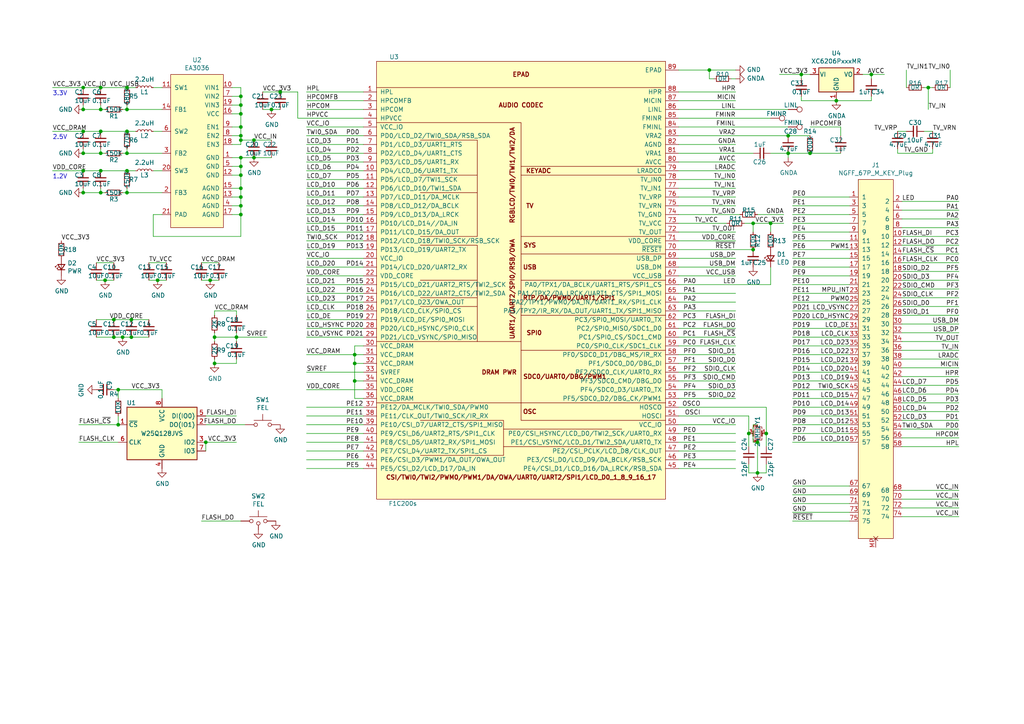
<source format=kicad_sch>
(kicad_sch (version 20211123) (generator eeschema)
  (paper "A4")
  (junction (at 219.71 137.16))
  (junction (at 24.13 38.1))
  (junction (at 228.6 39.37))
  (junction (at 29.21 49.53))
  (junction (at 69.85 62.23))
  (junction (at 234.95 44.45))
  (junction (at 45.72 81.28))
  (junction (at 62.23 97.79))
  (junction (at 30.48 81.28))
  (junction (at 29.21 25.4))
  (junction (at 24.13 25.4))
  (junction (at 62.23 105.41))
  (junction (at 69.85 45.72))
  (junction (at 36.83 55.88))
  (junction (at 223.52 64.77))
  (junction (at 252.73 21.59))
  (junction (at 29.21 31.75))
  (junction (at 69.85 54.61))
  (junction (at 232.41 21.59))
  (junction (at 217.17 125.73))
  (junction (at 29.21 44.45))
  (junction (at 24.13 44.45))
  (junction (at 34.29 123.19))
  (junction (at 38.1 97.79))
  (junction (at 102.87 102.87))
  (junction (at 69.85 59.69))
  (junction (at 269.24 25.4))
  (junction (at 36.83 44.45))
  (junction (at 69.85 27.94))
  (junction (at 33.02 92.71))
  (junction (at 35.56 97.79))
  (junction (at 36.83 25.4))
  (junction (at 73.66 40.64))
  (junction (at 69.85 39.37))
  (junction (at 34.29 113.03))
  (junction (at 36.83 38.1))
  (junction (at 69.85 30.48))
  (junction (at 36.83 31.75))
  (junction (at 102.87 105.41))
  (junction (at 102.87 110.49))
  (junction (at 29.21 38.1))
  (junction (at 29.21 55.88))
  (junction (at 59.69 128.27))
  (junction (at 81.28 26.67))
  (junction (at 205.74 20.32))
  (junction (at 69.85 57.15))
  (junction (at 242.57 29.21))
  (junction (at 24.13 55.88))
  (junction (at 69.85 36.83))
  (junction (at 69.85 40.64))
  (junction (at 69.85 48.26))
  (junction (at 33.02 97.79))
  (junction (at 73.66 45.72))
  (junction (at 222.25 125.73))
  (junction (at 69.85 33.02))
  (junction (at 38.1 92.71))
  (junction (at 228.6 44.45))
  (junction (at 218.44 72.39))
  (junction (at 24.13 31.75))
  (junction (at 24.13 49.53))
  (junction (at 68.58 97.79))
  (junction (at 36.83 49.53))
  (junction (at 60.96 81.28))
  (junction (at 78.74 31.75))
  (junction (at 219.71 128.27))
  (junction (at 69.85 50.8))
  (junction (at 218.44 64.77))
  (wire (pts (xy 267.97 38.1) (xy 270.51 38.1)))
  (wire (pts (xy 36.83 43.18) (xy 36.83 44.45)))
  (wire (pts (xy 278.13 147.32) (xy 261.62 147.32)))
  (wire (pts (xy 24.13 49.53) (xy 15.24 49.53)))
  (wire (pts (xy 246.38 80.01) (xy 229.87 80.01)))
  (wire (pts (xy 278.13 124.46) (xy 261.62 124.46)))
  (wire (pts (xy 88.9 130.81) (xy 105.41 130.81)))
  (wire (pts (xy 261.62 86.36) (xy 278.13 86.36)))
  (wire (pts (xy 222.25 129.54) (xy 222.25 125.73)))
  (wire (pts (xy 213.36 49.53) (xy 196.85 49.53)))
  (wire (pts (xy 205.74 22.86) (xy 205.74 20.32)))
  (wire (pts (xy 242.57 29.21) (xy 252.73 29.21)))
  (wire (pts (xy 35.56 44.45) (xy 36.83 44.45)))
  (wire (pts (xy 105.41 44.45) (xy 88.9 44.45)))
  (wire (pts (xy 24.13 54.61) (xy 24.13 55.88)))
  (wire (pts (xy 229.87 143.51) (xy 246.38 143.51)))
  (wire (pts (xy 213.36 22.86) (xy 212.09 22.86)))
  (wire (pts (xy 34.29 120.65) (xy 34.29 123.19)))
  (wire (pts (xy 218.44 128.27) (xy 219.71 128.27)))
  (wire (pts (xy 24.13 49.53) (xy 29.21 49.53)))
  (wire (pts (xy 229.87 148.59) (xy 246.38 148.59)))
  (wire (pts (xy 24.13 25.4) (xy 29.21 25.4)))
  (wire (pts (xy 213.36 20.32) (xy 205.74 20.32)))
  (wire (pts (xy 229.87 64.77) (xy 246.38 64.77)))
  (wire (pts (xy 102.87 105.41) (xy 105.41 105.41)))
  (wire (pts (xy 218.44 123.19) (xy 218.44 128.27)))
  (wire (pts (xy 269.24 25.4) (xy 269.24 31.75)))
  (wire (pts (xy 229.87 110.49) (xy 246.38 110.49)))
  (wire (pts (xy 59.69 123.19) (xy 71.12 123.19)))
  (wire (pts (xy 67.31 50.8) (xy 69.85 50.8)))
  (wire (pts (xy 69.85 45.72) (xy 73.66 45.72)))
  (wire (pts (xy 262.89 20.32) (xy 262.89 25.4)))
  (wire (pts (xy 246.38 82.55) (xy 229.87 82.55)))
  (wire (pts (xy 24.13 38.1) (xy 15.24 38.1)))
  (wire (pts (xy 29.21 31.75) (xy 30.48 31.75)))
  (wire (pts (xy 278.13 106.68) (xy 261.62 106.68)))
  (wire (pts (xy 105.41 46.99) (xy 88.9 46.99)))
  (wire (pts (xy 261.62 60.96) (xy 278.13 60.96)))
  (wire (pts (xy 105.41 41.91) (xy 88.9 41.91)))
  (wire (pts (xy 196.85 31.75) (xy 228.6 31.75)))
  (wire (pts (xy 27.94 97.79) (xy 33.02 97.79)))
  (wire (pts (xy 88.9 36.83) (xy 105.41 36.83)))
  (wire (pts (xy 86.36 26.67) (xy 86.36 34.29)))
  (wire (pts (xy 232.41 21.59) (xy 232.41 22.86)))
  (wire (pts (xy 261.62 58.42) (xy 278.13 58.42)))
  (wire (pts (xy 105.41 57.15) (xy 88.9 57.15)))
  (wire (pts (xy 278.13 119.38) (xy 261.62 119.38)))
  (wire (pts (xy 243.84 39.37) (xy 243.84 36.83)))
  (wire (pts (xy 39.37 49.53) (xy 36.83 49.53)))
  (wire (pts (xy 213.36 123.19) (xy 196.85 123.19)))
  (wire (pts (xy 278.13 99.06) (xy 261.62 99.06)))
  (wire (pts (xy 218.44 64.77) (xy 218.44 67.31)))
  (wire (pts (xy 33.02 97.79) (xy 35.56 97.79)))
  (wire (pts (xy 278.13 104.14) (xy 261.62 104.14)))
  (wire (pts (xy 59.69 128.27) (xy 59.69 130.81)))
  (wire (pts (xy 229.87 118.11) (xy 246.38 118.11)))
  (wire (pts (xy 88.9 74.93) (xy 105.41 74.93)))
  (wire (pts (xy 44.45 62.23) (xy 44.45 68.58)))
  (wire (pts (xy 69.85 27.94) (xy 69.85 30.48)))
  (wire (pts (xy 229.87 59.69) (xy 246.38 59.69)))
  (wire (pts (xy 278.13 149.86) (xy 261.62 149.86)))
  (wire (pts (xy 229.87 105.41) (xy 246.38 105.41)))
  (wire (pts (xy 278.13 129.54) (xy 261.62 129.54)))
  (wire (pts (xy 222.25 137.16) (xy 219.71 137.16)))
  (wire (pts (xy 69.85 62.23) (xy 67.31 62.23)))
  (wire (pts (xy 62.23 90.17) (xy 68.58 90.17)))
  (wire (pts (xy 69.85 48.26) (xy 69.85 50.8)))
  (wire (pts (xy 36.83 54.61) (xy 36.83 55.88)))
  (wire (pts (xy 69.85 30.48) (xy 67.31 30.48)))
  (wire (pts (xy 213.36 95.25) (xy 196.85 95.25)))
  (wire (pts (xy 105.41 115.57) (xy 102.87 115.57)))
  (wire (pts (xy 102.87 115.57) (xy 102.87 110.49)))
  (wire (pts (xy 229.87 140.97) (xy 246.38 140.97)))
  (wire (pts (xy 228.6 44.45) (xy 228.6 45.72)))
  (wire (pts (xy 210.82 64.77) (xy 196.85 64.77)))
  (wire (pts (xy 24.13 38.1) (xy 29.21 38.1)))
  (wire (pts (xy 29.21 44.45) (xy 30.48 44.45)))
  (wire (pts (xy 269.24 25.4) (xy 270.51 25.4)))
  (wire (pts (xy 105.41 52.07) (xy 88.9 52.07)))
  (wire (pts (xy 217.17 120.65) (xy 196.85 120.65)))
  (wire (pts (xy 69.85 41.91) (xy 67.31 41.91)))
  (wire (pts (xy 229.87 92.71) (xy 246.38 92.71)))
  (wire (pts (xy 88.9 118.11) (xy 105.41 118.11)))
  (wire (pts (xy 88.9 67.31) (xy 105.41 67.31)))
  (wire (pts (xy 105.41 95.25) (xy 88.9 95.25)))
  (wire (pts (xy 229.87 128.27) (xy 246.38 128.27)))
  (wire (pts (xy 196.85 72.39) (xy 218.44 72.39)))
  (wire (pts (xy 67.31 33.02) (xy 69.85 33.02)))
  (wire (pts (xy 223.52 64.77) (xy 223.52 67.31)))
  (wire (pts (xy 222.25 134.62) (xy 222.25 137.16)))
  (wire (pts (xy 261.62 91.44) (xy 278.13 91.44)))
  (wire (pts (xy 67.31 54.61) (xy 69.85 54.61)))
  (wire (pts (xy 213.36 107.95) (xy 196.85 107.95)))
  (wire (pts (xy 196.85 62.23) (xy 214.63 62.23)))
  (wire (pts (xy 69.85 40.64) (xy 73.66 40.64)))
  (wire (pts (xy 69.85 30.48) (xy 69.85 33.02)))
  (wire (pts (xy 68.58 97.79) (xy 77.47 97.79)))
  (wire (pts (xy 213.36 128.27) (xy 196.85 128.27)))
  (wire (pts (xy 105.41 54.61) (xy 88.9 54.61)))
  (wire (pts (xy 102.87 102.87) (xy 102.87 105.41)))
  (wire (pts (xy 252.73 29.21) (xy 252.73 27.94)))
  (wire (pts (xy 34.29 113.03) (xy 46.99 113.03)))
  (wire (pts (xy 278.13 142.24) (xy 261.62 142.24)))
  (wire (pts (xy 69.85 50.8) (xy 69.85 54.61)))
  (wire (pts (xy 219.71 62.23) (xy 227.33 62.23)))
  (wire (pts (xy 232.41 27.94) (xy 232.41 29.21)))
  (wire (pts (xy 213.36 85.09) (xy 196.85 85.09)))
  (wire (pts (xy 278.13 111.76) (xy 261.62 111.76)))
  (wire (pts (xy 229.87 67.31) (xy 246.38 67.31)))
  (wire (pts (xy 46.99 113.03) (xy 46.99 115.57)))
  (wire (pts (xy 34.29 115.57) (xy 34.29 113.03)))
  (wire (pts (xy 229.87 100.33) (xy 246.38 100.33)))
  (wire (pts (xy 227.33 64.77) (xy 223.52 64.77)))
  (wire (pts (xy 213.36 26.67) (xy 196.85 26.67)))
  (wire (pts (xy 36.83 31.75) (xy 46.99 31.75)))
  (wire (pts (xy 261.62 73.66) (xy 278.13 73.66)))
  (wire (pts (xy 67.31 39.37) (xy 69.85 39.37)))
  (wire (pts (xy 205.74 20.32) (xy 196.85 20.32)))
  (wire (pts (xy 213.36 69.85) (xy 196.85 69.85)))
  (wire (pts (xy 196.85 34.29) (xy 223.52 34.29)))
  (wire (pts (xy 88.9 29.21) (xy 105.41 29.21)))
  (wire (pts (xy 105.41 97.79) (xy 88.9 97.79)))
  (wire (pts (xy 68.58 97.79) (xy 68.58 96.52)))
  (wire (pts (xy 234.95 36.83) (xy 243.84 36.83)))
  (wire (pts (xy 39.37 25.4) (xy 36.83 25.4)))
  (wire (pts (xy 219.71 128.27) (xy 219.71 137.16)))
  (wire (pts (xy 267.97 25.4) (xy 269.24 25.4)))
  (wire (pts (xy 105.41 77.47) (xy 88.9 77.47)))
  (wire (pts (xy 69.85 25.4) (xy 69.85 27.94)))
  (wire (pts (xy 68.58 99.06) (xy 68.58 97.79)))
  (wire (pts (xy 105.41 82.55) (xy 88.9 82.55)))
  (wire (pts (xy 226.06 21.59) (xy 232.41 21.59)))
  (wire (pts (xy 213.36 80.01) (xy 196.85 80.01)))
  (wire (pts (xy 213.36 100.33) (xy 196.85 100.33)))
  (wire (pts (xy 278.13 93.98) (xy 261.62 93.98)))
  (wire (pts (xy 81.28 26.67) (xy 86.36 26.67)))
  (wire (pts (xy 278.13 101.6) (xy 261.62 101.6)))
  (wire (pts (xy 213.36 97.79) (xy 196.85 97.79)))
  (wire (pts (xy 228.6 44.45) (xy 234.95 44.45)))
  (wire (pts (xy 228.6 39.37) (xy 234.95 39.37)))
  (wire (pts (xy 246.38 87.63) (xy 229.87 87.63)))
  (wire (pts (xy 69.85 33.02) (xy 69.85 36.83)))
  (wire (pts (xy 261.62 78.74) (xy 278.13 78.74)))
  (wire (pts (xy 67.31 45.72) (xy 69.85 45.72)))
  (wire (pts (xy 38.1 97.79) (xy 43.18 97.79)))
  (wire (pts (xy 261.62 83.82) (xy 278.13 83.82)))
  (wire (pts (xy 24.13 25.4) (xy 15.24 25.4)))
  (wire (pts (xy 62.23 97.79) (xy 68.58 97.79)))
  (wire (pts (xy 69.85 68.58) (xy 69.85 62.23)))
  (wire (pts (xy 278.13 121.92) (xy 261.62 121.92)))
  (wire (pts (xy 213.36 133.35) (xy 196.85 133.35)))
  (wire (pts (xy 229.87 146.05) (xy 246.38 146.05)))
  (wire (pts (xy 278.13 114.3) (xy 261.62 114.3)))
  (wire (pts (xy 261.62 63.5) (xy 278.13 63.5)))
  (wire (pts (xy 76.2 31.75) (xy 78.74 31.75)))
  (wire (pts (xy 261.62 76.2) (xy 278.13 76.2)))
  (wire (pts (xy 232.41 29.21) (xy 242.57 29.21)))
  (wire (pts (xy 229.87 120.65) (xy 246.38 120.65)))
  (wire (pts (xy 67.31 36.83) (xy 69.85 36.83)))
  (wire (pts (xy 215.9 64.77) (xy 218.44 64.77)))
  (wire (pts (xy 88.9 107.95) (xy 105.41 107.95)))
  (wire (pts (xy 223.52 64.77) (xy 218.44 64.77)))
  (wire (pts (xy 261.62 88.9) (xy 278.13 88.9)))
  (wire (pts (xy 261.62 81.28) (xy 278.13 81.28)))
  (wire (pts (xy 261.62 71.12) (xy 278.13 71.12)))
  (wire (pts (xy 24.13 30.48) (xy 24.13 31.75)))
  (wire (pts (xy 213.36 41.91) (xy 196.85 41.91)))
  (wire (pts (xy 68.58 90.17) (xy 68.58 91.44)))
  (wire (pts (xy 29.21 49.53) (xy 36.83 49.53)))
  (wire (pts (xy 246.38 85.09) (xy 229.87 85.09)))
  (wire (pts (xy 69.85 27.94) (xy 67.31 27.94)))
  (wire (pts (xy 22.86 123.19) (xy 34.29 123.19)))
  (wire (pts (xy 102.87 100.33) (xy 102.87 102.87)))
  (wire (pts (xy 105.41 100.33) (xy 102.87 100.33)))
  (wire (pts (xy 219.71 123.19) (xy 218.44 123.19)))
  (wire (pts (xy 102.87 110.49) (xy 102.87 105.41)))
  (wire (pts (xy 105.41 49.53) (xy 88.9 49.53)))
  (wire (pts (xy 69.85 25.4) (xy 67.31 25.4)))
  (wire (pts (xy 246.38 77.47) (xy 229.87 77.47)))
  (wire (pts (xy 213.36 46.99) (xy 196.85 46.99)))
  (wire (pts (xy 213.36 74.93) (xy 196.85 74.93)))
  (wire (pts (xy 88.9 128.27) (xy 105.41 128.27)))
  (wire (pts (xy 196.85 36.83) (xy 228.6 36.83)))
  (wire (pts (xy 213.36 110.49) (xy 196.85 110.49)))
  (wire (pts (xy 246.38 102.87) (xy 229.87 102.87)))
  (wire (pts (xy 67.31 57.15) (xy 69.85 57.15)))
  (wire (pts (xy 260.35 38.1) (xy 262.89 38.1)))
  (wire (pts (xy 88.9 133.35) (xy 105.41 133.35)))
  (wire (pts (xy 196.85 39.37) (xy 228.6 39.37)))
  (wire (pts (xy 88.9 69.85) (xy 105.41 69.85)))
  (wire (pts (xy 68.58 128.27) (xy 59.69 128.27)))
  (wire (pts (xy 105.41 87.63) (xy 88.9 87.63)))
  (wire (pts (xy 213.36 125.73) (xy 196.85 125.73)))
  (wire (pts (xy 219.71 137.16) (xy 217.17 137.16)))
  (wire (pts (xy 30.48 81.28) (xy 33.02 81.28)))
  (wire (pts (xy 278.13 116.84) (xy 261.62 116.84)))
  (wire (pts (xy 35.56 31.75) (xy 36.83 31.75)))
  (wire (pts (xy 76.2 26.67) (xy 81.28 26.67)))
  (wire (pts (xy 78.74 31.75) (xy 81.28 31.75)))
  (wire (pts (xy 68.58 120.65) (xy 59.69 120.65)))
  (wire (pts (xy 213.36 102.87) (xy 196.85 102.87)))
  (wire (pts (xy 105.41 110.49) (xy 102.87 110.49)))
  (wire (pts (xy 261.62 68.58) (xy 278.13 68.58)))
  (wire (pts (xy 246.38 74.93) (xy 229.87 74.93)))
  (wire (pts (xy 229.87 97.79) (xy 246.38 97.79)))
  (wire (pts (xy 29.21 54.61) (xy 29.21 55.88)))
  (wire (pts (xy 67.31 59.69) (xy 69.85 59.69)))
  (wire (pts (xy 88.9 113.03) (xy 105.41 113.03)))
  (wire (pts (xy 38.1 92.71) (xy 43.18 92.71)))
  (wire (pts (xy 29.21 25.4) (xy 36.83 25.4)))
  (wire (pts (xy 213.36 54.61) (xy 196.85 54.61)))
  (wire (pts (xy 213.36 57.15) (xy 196.85 57.15)))
  (wire (pts (xy 105.41 62.23) (xy 88.9 62.23)))
  (wire (pts (xy 88.9 39.37) (xy 105.41 39.37)))
  (wire (pts (xy 213.36 29.21) (xy 196.85 29.21)))
  (wire (pts (xy 45.72 81.28) (xy 48.26 81.28)))
  (wire (pts (xy 217.17 137.16) (xy 217.17 134.62)))
  (wire (pts (xy 33.02 92.71) (xy 38.1 92.71)))
  (wire (pts (xy 33.02 113.03) (xy 34.29 113.03)))
  (wire (pts (xy 278.13 127) (xy 261.62 127)))
  (wire (pts (xy 105.41 72.39) (xy 88.9 72.39)))
  (wire (pts (xy 105.41 64.77) (xy 88.9 64.77)))
  (wire (pts (xy 69.85 36.83) (xy 69.85 39.37)))
  (wire (pts (xy 35.56 97.79) (xy 38.1 97.79)))
  (wire (pts (xy 68.58 105.41) (xy 68.58 104.14)))
  (wire (pts (xy 213.36 87.63) (xy 196.85 87.63)))
  (wire (pts (xy 73.66 40.64) (xy 78.74 40.64)))
  (wire (pts (xy 105.41 59.69) (xy 88.9 59.69)))
  (wire (pts (xy 24.13 44.45) (xy 29.21 44.45)))
  (wire (pts (xy 246.38 115.57) (xy 229.87 115.57)))
  (wire (pts (xy 24.13 55.88) (xy 29.21 55.88)))
  (wire (pts (xy 246.38 107.95) (xy 229.87 107.95)))
  (wire (pts (xy 260.35 44.45) (xy 270.51 44.45)))
  (wire (pts (xy 58.42 76.2) (xy 63.5 76.2)))
  (wire (pts (xy 88.9 135.89) (xy 105.41 135.89)))
  (wire (pts (xy 88.9 31.75) (xy 105.41 31.75)))
  (wire (pts (xy 229.87 90.17) (xy 246.38 90.17)))
  (wire (pts (xy 261.62 66.04) (xy 278.13 66.04)))
  (wire (pts (xy 69.85 39.37) (xy 69.85 40.64)))
  (wire (pts (xy 213.36 115.57) (xy 196.85 115.57)))
  (wire (pts (xy 217.17 129.54) (xy 217.17 125.73)))
  (wire (pts (xy 105.41 85.09) (xy 88.9 85.09)))
  (wire (pts (xy 275.59 25.4) (xy 275.59 20.32)))
  (wire (pts (xy 69.85 59.69) (xy 69.85 62.23)))
  (wire (pts (xy 27.94 81.28) (xy 30.48 81.28)))
  (wire (pts (xy 229.87 69.85) (xy 246.38 69.85)))
  (wire (pts (xy 46.99 25.4) (xy 44.45 25.4)))
  (wire (pts (xy 105.41 102.87) (xy 102.87 102.87)))
  (wire (pts (xy 39.37 38.1) (xy 36.83 38.1)))
  (wire (pts (xy 229.87 123.19) (xy 246.38 123.19)))
  (wire (pts (xy 88.9 102.87) (xy 102.87 102.87)))
  (wire (pts (xy 29.21 38.1) (xy 36.83 38.1)))
  (wire (pts (xy 278.13 109.22) (xy 261.62 109.22)))
  (wire (pts (xy 234.95 44.45) (xy 243.84 44.45)))
  (wire (pts (xy 35.56 55.88) (xy 36.83 55.88)))
  (wire (pts (xy 246.38 113.03) (xy 229.87 113.03)))
  (wire (pts (xy 69.85 54.61) (xy 69.85 57.15)))
  (wire (pts (xy 278.13 144.78) (xy 261.62 144.78)))
  (wire (pts (xy 29.21 43.18) (xy 29.21 44.45)))
  (wire (pts (xy 213.36 92.71) (xy 196.85 92.71)))
  (wire (pts (xy 88.9 125.73) (xy 105.41 125.73)))
  (wire (pts (xy 196.85 44.45) (xy 218.44 44.45)))
  (wire (pts (xy 62.23 105.41) (xy 68.58 105.41)))
  (wire (pts (xy 213.36 77.47) (xy 196.85 77.47)))
  (wire (pts (xy 46.99 38.1) (xy 44.45 38.1)))
  (wire (pts (xy 196.85 82.55) (xy 223.52 82.55)))
  (wire (pts (xy 228.6 44.45) (xy 223.52 44.45)))
  (wire (pts (xy 43.18 81.28) (xy 45.72 81.28)))
  (wire (pts (xy 196.85 118.11) (xy 222.25 118.11)))
  (wire (pts (xy 213.36 90.17) (xy 196.85 90.17)))
  (wire (pts (xy 232.41 21.59) (xy 234.95 21.59)))
  (wire (pts (xy 223.52 77.47) (xy 223.52 82.55)))
  (wire (pts (xy 88.9 26.67) (xy 105.41 26.67)))
  (wire (pts (xy 229.87 95.25) (xy 246.38 95.25)))
  (wire (pts (xy 229.87 125.73) (xy 246.38 125.73)))
  (wire (pts (xy 213.36 113.03) (xy 196.85 113.03)))
  (wire (pts (xy 86.36 34.29) (xy 105.41 34.29)))
  (wire (pts (xy 213.36 67.31) (xy 196.85 67.31)))
  (wire (pts (xy 69.85 48.26) (xy 67.31 48.26)))
  (wire (pts (xy 260.35 43.18) (xy 260.35 44.45)))
  (wire (pts (xy 22.86 128.27) (xy 34.29 128.27)))
  (wire (pts (xy 29.21 30.48) (xy 29.21 31.75)))
  (wire (pts (xy 213.36 52.07) (xy 196.85 52.07)))
  (wire (pts (xy 44.45 68.58) (xy 69.85 68.58)))
  (wire (pts (xy 207.01 22.86) (xy 205.74 22.86)))
  (wire (pts (xy 229.87 72.39) (xy 246.38 72.39)))
  (wire (pts (xy 24.13 31.75) (xy 29.21 31.75)))
  (wire (pts (xy 60.96 81.28) (xy 63.5 81.28)))
  (wire (pts (xy 270.51 44.45) (xy 270.51 43.18)))
  (wire (pts (xy 43.18 76.2) (xy 48.26 76.2)))
  (wire (pts (xy 62.23 104.14) (xy 62.23 105.41)))
  (wire (pts (xy 105.41 90.17) (xy 88.9 90.17)))
  (wire (pts (xy 217.17 120.65) (xy 217.17 125.73)))
  (wire (pts (xy 73.66 45.72) (xy 78.74 45.72)))
  (wire (pts (xy 88.9 120.65) (xy 105.41 120.65)))
  (wire (pts (xy 252.73 21.59) (xy 252.73 22.86)))
  (wire (pts (xy 36.83 44.45) (xy 46.99 44.45)))
  (wire (pts (xy 62.23 97.79) (xy 62.23 99.06)))
  (wire (pts (xy 105.41 92.71) (xy 88.9 92.71)))
  (wire (pts (xy 62.23 91.44) (xy 62.23 90.17)))
  (wire (pts (xy 69.85 57.15) (xy 69.85 59.69)))
  (wire (pts (xy 213.36 59.69) (xy 196.85 59.69)))
  (wire (pts (xy 222.25 118.11) (xy 222.25 125.73)))
  (wire (pts (xy 213.36 135.89) (xy 196.85 135.89)))
  (wire (pts (xy 88.9 123.19) (xy 105.41 123.19)))
  (wire (pts (xy 27.94 76.2) (xy 33.02 76.2)))
  (wire (pts (xy 29.21 55.88) (xy 30.48 55.88)))
  (wire (pts (xy 69.85 40.64) (xy 69.85 41.91)))
  (wire (pts (xy 58.42 151.13) (xy 69.85 151.13)))
  (wire (pts (xy 69.85 45.72) (xy 69.85 48.26)))
  (wire (pts (xy 36.83 55.88) (xy 46.99 55.88)))
  (wire (pts (xy 229.87 62.23) (xy 246.38 62.23)))
  (wire (pts (xy 256.54 21.59) (xy 252.73 21.59)))
  (wire (pts (xy 36.83 30.48) (xy 36.83 31.75)))
  (wire (pts (xy 46.99 49.53) (xy 44.45 49.53)))
  (wire (pts (xy 213.36 130.81) (xy 196.85 130.81)))
  (wire (pts (xy 27.94 92.71) (xy 33.02 92.71)))
  (wire (pts (xy 46.99 62.23) (xy 44.45 62.23)))
  (wire (pts (xy 229.87 57.15) (xy 246.38 57.15)))
  (wire (pts (xy 278.13 96.52) (xy 261.62 96.52)))
  (wire (pts (xy 252.73 21.59) (xy 250.19 21.59)))
  (wire (pts (xy 24.13 43.18) (xy 24.13 44.45)))
  (wire (pts (xy 62.23 96.52) (xy 62.23 97.79)))
  (wire (pts (xy 229.87 151.13) (xy 246.38 151.13)))
  (wire (pts (xy 58.42 81.28) (xy 60.96 81.28)))
  (wire (pts (xy 88.9 80.01) (xy 105.41 80.01)))
  (wire (pts (xy 213.36 105.41) (xy 196.85 105.41)))
  (text "2.5V" (at 15.24 40.64 0) (effects (font (size 1.27 1.27)) (justify left bottom)))
  (text "3.3V" (at 15.24 27.94 0) (effects (font (size 1.27 1.27)) (justify left bottom)))
  (text "1.2V" (at 15.24 52.07 0) (effects (font (size 1.27 1.27)) (justify left bottom)))
  (label "PC3" (at 201.93 92.71 180))
  (label "VCC_3V3" (at 68.58 128.27 180))
  (label "LCD_D7" (at 88.9 52.07 0))
  (label "LCD_D11" (at 246.38 125.73 180))
  (label "PE4" (at 201.93 135.89 180))
  (label "VCC_DRAM" (at 58.42 76.2 0))
  (label "OSCI" (at 203.2 120.65 180))
  (label "SVREF" (at 77.47 97.79 180))
  (label "PE3" (at 201.93 133.35 180))
  (label "LCD_D14" (at 246.38 118.11 180))
  (label "TV_IN0" (at 213.36 52.07 180))
  (label "TV_VCC" (at 208.28 64.77 180))
  (label "TV_VRP" (at 260.35 38.1 180))
  (label "LCD_D5" (at 261.62 116.84 0))
  (label "SDIO_D1" (at 213.36 102.87 180))
  (label "HPL" (at 88.9 26.67 0))
  (label "VDD_CORE" (at 31.75 92.71 0))
  (label "PWM0" (at 246.38 87.63 180))
  (label "PD16" (at 100.33 85.09 0))
  (label "PF3" (at 201.93 110.49 180))
  (label "PE5" (at 229.87 69.85 0))
  (label "PE6" (at 100.33 133.35 0))
  (label "TV_VRN" (at 213.36 59.69 180))
  (label "PD5" (at 100.33 52.07 0))
  (label "VCC_3V3" (at 27.94 76.2 0))
  (label "PF2" (at 201.93 107.95 180))
  (label "GND" (at 229.87 148.59 0))
  (label "PE11" (at 229.87 85.09 0))
  (label "PE5" (at 100.33 135.89 0))
  (label "PE9" (at 229.87 80.01 0))
  (label "VCC_3V3" (at 15.24 25.4 0))
  (label "SDIO_D2" (at 213.36 115.57 180))
  (label "LCD_D12" (at 246.38 123.19 180))
  (label "FLASH_DI" (at 261.62 68.58 0))
  (label "PD9" (at 100.33 62.23 0))
  (label "SDIO_CLK" (at 213.36 107.95 180))
  (label "TWI0_SDA" (at 261.62 124.46 0))
  (label "SDIO_D2" (at 261.62 78.74 0))
  (label "LCD_D7" (at 261.62 111.76 0))
  (label "TV_OUT" (at 213.36 67.31 180))
  (label "VRA2" (at 213.36 39.37 180))
  (label "LCD_D10" (at 246.38 128.27 180))
  (label "HPCOM" (at 278.13 127 180))
  (label "FLASH_DI" (at 68.58 120.65 180))
  (label "LCD_D3" (at 261.62 121.92 0))
  (label "VCC_IO" (at 88.9 74.93 0))
  (label "FLASH_DO" (at 261.62 71.12 0))
  (label "PE10" (at 229.87 82.55 0))
  (label "PD10" (at 100.33 64.77 0))
  (label "LCD_CLK" (at 88.9 90.17 0))
  (label "PD2" (at 278.13 119.38 180))
  (label "PF1" (at 278.13 88.9 180))
  (label "VCC_USB" (at 213.36 80.01 180))
  (label "PF2" (at 278.13 86.36 180))
  (label "LRADC" (at 278.13 104.14 180))
  (label "LCD_D11" (at 88.9 57.15 0))
  (label "LCD_D15" (at 246.38 115.57 180))
  (label "PD11" (at 229.87 115.57 0))
  (label "PC1" (at 201.93 97.79 180))
  (label "MPU_INT" (at 246.38 85.09 180))
  (label "PE3" (at 229.87 64.77 0))
  (label "PA0" (at 278.13 58.42 180))
  (label "OSCO" (at 203.2 118.11 180))
  (label "VCC_IN" (at 278.13 144.78 180))
  (label "PF1" (at 201.93 105.41 180))
  (label "PD20" (at 229.87 92.71 0))
  (label "AVCC" (at 256.54 21.59 180))
  (label "~{RESET}" (at 213.36 72.39 180))
  (label "TWI0_SCK" (at 88.9 69.85 0))
  (label "TV_GND" (at 213.36 62.23 180))
  (label "SDIO_CMD" (at 213.36 110.49 180))
  (label "MICIN" (at 213.36 29.21 180))
  (label "LCD_HSYNC" (at 246.38 92.71 180))
  (label "VCC_3V3" (at 76.2 26.67 0))
  (label "PE12" (at 229.87 87.63 0))
  (label "USB_DM" (at 213.36 77.47 180))
  (label "TV_IN" (at 269.24 31.75 0))
  (label "PC3" (at 278.13 68.58 180))
  (label "PD8" (at 229.87 123.19 0))
  (label "SDIO_D0" (at 261.62 88.9 0))
  (label "LCD_D6" (at 261.62 114.3 0))
  (label "TV_VRP" (at 213.36 57.15 180))
  (label "VCC_3V3" (at 227.33 64.77 180))
  (label "FLASH_CLK" (at 261.62 76.2 0))
  (label "LCD_D23" (at 88.9 87.63 0))
  (label "HPCOM" (at 88.9 31.75 0))
  (label "PC0" (at 278.13 76.2 180))
  (label "LCD_D4" (at 88.9 44.45 0))
  (label "PF3" (at 278.13 83.82 180))
  (label "LCD_CLK" (at 246.38 97.79 180))
  (label "VCC_DRAM" (at 15.24 38.1 0))
  (label "PD4" (at 100.33 49.53 0))
  (label "LRADC" (at 213.36 49.53 180))
  (label "VCC_IN" (at 278.13 142.24 180))
  (label "TWI0_SCK" (at 246.38 113.03 180))
  (label "FLASH_DI" (at 213.36 92.71 180))
  (label "PE8" (at 229.87 77.47 0))
  (label "PD9" (at 229.87 120.65 0))
  (label "PE0" (at 229.87 57.15 0))
  (label "VCC_USB" (at 31.75 25.4 0))
  (label "PD7" (at 100.33 57.15 0))
  (label "PF5" (at 278.13 78.74 180))
  (label "TV_OUT" (at 278.13 99.06 180))
  (label "VDD_CORE" (at 88.9 113.03 0))
  (label "FLASH_CLK" (at 22.86 128.27 0))
  (label "TV_IN0" (at 275.59 20.32 180))
  (label "LINL" (at 213.36 31.75 180))
  (label "PD21" (at 100.33 97.79 0))
  (label "PD20" (at 100.33 95.25 0))
  (label "SDIO_CLK" (at 261.62 86.36 0))
  (label "SDIO_D0" (at 213.36 105.41 180))
  (label "PD6" (at 100.33 54.61 0))
  (label "VDD_CORE" (at 88.9 80.01 0))
  (label "FLASH_~{CS}" (at 261.62 73.66 0))
  (label "USB_DM" (at 278.13 93.98 180))
  (label "PWM1" (at 246.38 72.39 180))
  (label "VCC_IN" (at 278.13 147.32 180))
  (label "TV_IN1" (at 213.36 54.61 180))
  (label "VCC_IN" (at 278.13 149.86 180))
  (label "~{RESET}" (at 229.87 151.13 0))
  (label "PE9" (at 100.33 125.73 0))
  (label "PE2" (at 201.93 130.81 180))
  (label "TV_IN1" (at 262.89 20.32 0))
  (label "PF4" (at 278.13 81.28 180))
  (label "PD15" (at 229.87 105.41 0))
  (label "LCD_D12" (at 88.9 59.69 0))
  (label "VDD_CORE" (at 213.36 69.85 180))
  (label "USB_DP" (at 278.13 96.52 180))
  (label "SDIO_CMD" (at 261.62 83.82 0))
  (label "HPR" (at 213.36 26.67 180))
  (label "GNDA" (at 213.36 41.91 180))
  (label "HPVCC" (at 88.9 34.29 0))
  (label "PD0" (at 100.33 39.37 0))
  (label "FLASH_DO" (at 213.36 95.25 180))
  (label "TV_IN" (at 278.13 101.6 180))
  (label "VRA1" (at 213.36 44.45 180))
  (label "PD16" (at 229.87 102.87 0))
  (label "FLASH_DO" (at 58.42 151.13 0))
  (label "FLASH_DO" (at 68.58 123.19 180))
  (label "PD21" (at 229.87 90.17 0))
  (label "PD12" (at 100.33 69.85 0))
  (label "VCC_IO" (at 88.9 36.83 0))
  (label "VCC_DRAM" (at 62.23 90.17 0))
  (label "LCD_D15" (at 88.9 67.31 0))
  (label "FLASH_~{CS}" (at 213.36 97.79 180))
  (label "LCD_VSYNC" (at 246.38 90.17 180))
  (label "PD17" (at 229.87 100.33 0))
  (label "LCD_DE" (at 88.9 92.71 0))
  (label "LCD_VSYNC" (at 88.9 97.79 0))
  (label "MICIN" (at 278.13 106.68 180))
  (label "PD14" (at 100.33 77.47 0))
  (label "PE1" (at 229.87 59.69 0))
  (label "PF4" (at 201.93 113.03 180))
  (label "VCC_3V3" (at 38.1 113.03 0))
  (label "PC2" (at 278.13 71.12 180))
  (label "FLASH_~{CS}" (at 22.86 123.19 0))
  (label "LCD_D21" (at 88.9 82.55 0))
  (label "PE7" (at 100.33 130.81 0))
  (label "LCD_D14" (at 88.9 64.77 0))
  (label "PD19" (at 229.87 95.25 0))
  (label "VCC_IN" (at 73.66 40.64 0))
  (label "SDIO_D1" (at 261.62 91.44 0))
  (label "LCD_D21" (at 246.38 105.41 180))
  (label "TV_VRN" (at 270.51 38.1 0))
  (label "PD2" (at 100.33 44.45 0))
  (label "PE6" (at 229.87 72.39 0))
  (label "PE12" (at 100.33 118.11 0))
  (label "PD8" (at 100.33 59.69 0))
  (label "GND" (at 229.87 146.05 0))
  (label "GND" (at 229.87 143.51 0))
  (label "PD11" (at 100.33 67.31 0))
  (label "PC2" (at 201.93 95.25 180))
  (label "LCD_DE" (at 246.38 95.25 180))
  (label "PD4" (at 278.13 114.3 180))
  (label "PE0" (at 201.93 125.73 180))
  (label "VCC_DRAM" (at 88.9 102.87 0))
  (label "PD10" (at 229.87 118.11 0))
  (label "PD13" (at 100.33 72.39 0))
  (label "SDIO_D3" (at 261.62 81.28 0))
  (label "PA3" (at 201.93 90.17 180))
  (label "LCD_D23" (at 246.38 100.33 180))
  (label "PA1" (at 201.93 85.09 180))
  (label "LED" (at 213.36 82.55 180))
  (label "VCC_3V3" (at 226.06 21.59 0))
  (label "AVCC" (at 213.36 46.99 180))
  (label "PD7" (at 229.87 125.73 0))
  (label "PD17" (at 100.33 87.63 0))
  (label "GNDA" (at 227.33 62.23 180))
  (label "PE7" (at 229.87 74.93 0))
  (label "PD13" (at 229.87 110.49 0))
  (label "PD1" (at 278.13 121.92 180))
  (label "PA3" (at 278.13 66.04 180))
  (label "TWI0_SDA" (at 88.9 39.37 0))
  (label "PE11" (at 100.33 120.65 0))
  (label "PF0" (at 201.93 102.87 180))
  (label "PA2" (at 278.13 63.5 180))
  (label "PE2" (at 229.87 62.23 0))
  (label "HPCOMFB" (at 88.9 29.21 0))
  (label "FLASH_CLK" (at 213.36 100.33 180))
  (label "PC0" (at 201.93 100.33 180))
  (label "LCD_D13" (at 88.9 62.23 0))
  (label "VDD_CORE" (at 15.24 49.53 0))
  (label "LCD_D20" (at 88.9 77.47 0))
  (label "LCD_D22" (at 88.9 85.09 0))
  (label "LCD_HSYNC" (at 88.9 95.25 0))
  (label "FMINR" (at 213.36 34.29 180))
  (label "PD3" (at 278.13 116.84 180))
  (label "VCC_IO" (at 24.13 25.4 0))
  (label "PD15" (at 100.33 82.55 0))
  (label "PF0" (at 278.13 91.44 180))
  (label "PC1" (at 278.13 73.66 180))
  (label "PD19" (at 100.33 92.71 0))
  (label "FMINL" (at 213.36 36.83 180))
  (label "LCD_D22" (at 246.38 102.87 180))
  (label "LCD_D3" (at 88.9 41.91 0))
  (label "VCC_3V3" (at 17.78 69.85 0))
  (label "PD12" (at 229.87 113.03 0))
  (label "PD5" (at 278.13 111.76 180))
  (label "LCD_D6" (at 88.9 49.53 0))
  (label "LCD_D20" (at 246.38 107.95 180))
  (label "HPR" (at 278.13 109.22 180))
  (label "TV_GND" (at 269.24 44.45 180))
  (label "PD3" (at 100.33 46.99 0))
  (label "PD18" (at 100.33 90.17 0))
  (label "SVREF" (at 88.9 107.95 0))
  (label "PD0" (at 278.13 124.46 180))
  (label "LCD_D4" (at 261.62 119.38 0))
  (label "PE10" (at 100.33 123.19 0))
  (label "PA0" (at 201.93 82.55 180))
  (label "LCD_D19" (at 88.9 72.39 0))
  (label "LCD_D10" (at 88.9 54.61 0))
  (label "LCD_D5" (at 88.9 46.99 0))
  (label "PA2" (at 201.93 87.63 180))
  (label "TV_VCC" (at 43.18 76.2 0))
  (label "PD6" (at 229.87 128.27 0))
  (label "HPL" (at 278.13 129.54 180))
  (label "PF5" (at 201.93 115.57 180))
  (label "PA1" (at 278.13 60.96 180))
  (label "HPCOMFB" (at 234.95 36.83 0))
  (label "PD1" (at 100.33 41.91 0))
  (label "PD14" (at 229.87 107.95 0))
  (label "LCD_D19" (at 246.38 110.49 180))
  (label "PD18" (at 229.87 97.79 0))
  (label "LCD_D13" (at 246.38 120.65 180))
  (label "VCC_IO" (at 213.36 123.19 180))
  (label "PE4" (at 229.87 67.31 0))
  (label "PE8" (at 100.33 128.27 0))
  (label "USB_DP" (at 213.36 74.93 180))
  (label "LED" (at 261.62 58.42 0))
  (label "SDIO_D3" (at 213.36 113.03 180))
  (label "PE1" (at 201.93 128.27 180))
  (label "GND" (at 229.87 140.97 0))
  (symbol (lib_id "Device:R_Small") (at 34.29 118.11 180)
    (property "Reference" "R4" (at 33.02 114.3 0))
    (property "Value" "10K" (at 34.29 118.11 90))
    (property "Footprint" "Resistor_SMD:R_0402_1005Metric" (effects hide))
  )
  (symbol (lib_id "My_Symbol:F1C200s") (at 151.13 81.28 0) (unit 1)
    (property "Reference" "U3" (at 114.3 16.51 0))
    (property "Value" "F1C200s" (at 116.84 146.05 0) (effects (font (size 1.2446 1.2446))))
    (property "Footprint" "My_Footprint:QFN-88_EP_10x10_Pitch0.4mm_Handsoldering" (effects hide))
  )
  (symbol (lib_id "power:GND") (at 27.94 113.03 270)
    (property "Reference" "#PWR04" (effects hide))
    (property "Value" "GND" (at 23.5458 113.157 0))
  )
  (symbol (lib_id "Device:Crystal_GND24_Small") (at 219.71 125.73 180) (unit 1)
    (property "Reference" "Y1" (at 219.71 120.65 90) (effects (justify left)))
    (property "Value" "24MHz" (at 219.71 123.19 90) (effects (justify left)))
    (property "Footprint" "Crystal:Crystal_SMD_3225-4Pin_3.2x2.5mm" (effects hide))
  )
  (symbol (lib_id "Device:C_Small") (at 222.25 132.08 0)
    (property "Reference" "C27" (at 223.52 130.81 90) (effects (justify left)))
    (property "Value" "12pF" (at 223.52 138.43 90) (effects (justify left)))
    (property "Footprint" "Capacitor_SMD:C_0402_1005Metric" (effects hide))
  )
  (symbol (lib_id "Device:C_Small") (at 217.17 132.08 0)
    (property "Reference" "C24" (at 215.9 130.81 90) (effects (justify left)))
    (property "Value" "12pF" (at 215.9 138.43 90) (effects (justify left)))
    (property "Footprint" "Capacitor_SMD:C_0402_1005Metric" (effects hide))
  )
  (symbol (lib_id "power:GND") (at 219.71 137.16 0)
    (property "Reference" "#PWR017" (effects hide))
    (property "Value" "GND" (at 219.837 141.5542 0))
  )
  (symbol (lib_id "Regulator_Linear:XC6206PxxxMR") (at 242.57 21.59 0) (unit 1)
    (property "Reference" "U4" (at 242.57 15.4432 0))
    (property "Value" "XC6206PxxxMR" (at 242.57 17.7546 0))
    (property "Footprint" "Package_TO_SOT_SMD:SOT-23" (effects hide))
    (property "Datasheet" "https://www.torexsemi.com/file/xc6206/XC6206.pdf" (effects hide))
  )
  (symbol (lib_id "power:GNDA") (at 242.57 29.21 0) (unit 1)
    (property "Reference" "#PWR0101" (effects hide))
    (property "Value" "GNDA" (at 242.697 33.6042 0))
  )
  (symbol (lib_id "Connector:TestPoint") (at 223.52 34.29 270)
    (property "Reference" "TP1" (effects hide))
    (property "Value" "FMINR" (at 222.25 33.02 90) (effects (justify left)))
    (property "Footprint" "TestPoint:TestPoint_Pad_D1.0mm" (effects hide))
  )
  (symbol (lib_id "Device:C_Small") (at 27.94 78.74 0)
    (property "Reference" "C4" (at 26.67 77.47 0))
    (property "Value" "10uF" (at 27.94 80.01 0))
    (property "Footprint" "Capacitor_SMD:C_0402_1005Metric" (effects hide))
  )
  (symbol (lib_id "Device:C_Small") (at 33.02 78.74 0)
    (property "Reference" "C10" (at 31.75 77.47 0))
    (property "Value" "0.1uF" (at 33.02 80.01 0))
    (property "Footprint" "Capacitor_SMD:C_0402_1005Metric" (effects hide))
  )
  (symbol (lib_id "power:GND") (at 24.13 31.75 270)
    (property "Reference" "#PWR01" (effects hide))
    (property "Value" "GND" (at 19.05 31.75 90))
  )
  (symbol (lib_id "power:GND") (at 24.13 44.45 270)
    (property "Reference" "#PWR02" (effects hide))
    (property "Value" "GND" (at 19.05 44.45 90))
  )
  (symbol (lib_id "power:GND") (at 24.13 55.88 270)
    (property "Reference" "#PWR03" (effects hide))
    (property "Value" "GND" (at 19.05 55.88 90))
  )
  (symbol (lib_id "My_Symbol:NGFF_67P_M_KEY_Plug") (at 254 102.87 0) (unit 1)
    (property "Reference" "J1" (at 254 47.879 0))
    (property "Value" "NGFF_67P_M_KEY_Plug" (at 254 50.1904 0))
    (property "Footprint" "My_Footprint:NGFF_2230_67P_P0.5_M_KEY_Plug" (effects hide))
  )
  (symbol (lib_id "power:GND") (at 30.48 81.28 0)
    (property "Reference" "#PWR05" (effects hide))
    (property "Value" "GND" (at 30.607 85.6742 0))
  )
  (symbol (lib_id "Device:C_Small") (at 43.18 78.74 0)
    (property "Reference" "C13" (at 41.91 77.47 0))
    (property "Value" "10uF" (at 43.18 80.01 0))
    (property "Footprint" "Capacitor_SMD:C_0402_1005Metric" (effects hide))
  )
  (symbol (lib_id "Device:C_Small") (at 48.26 78.74 0)
    (property "Reference" "C15" (at 46.99 77.47 0))
    (property "Value" "0.1uF" (at 48.26 80.01 0))
    (property "Footprint" "Capacitor_SMD:C_0402_1005Metric" (effects hide))
  )
  (symbol (lib_id "Device:C_Small") (at 252.73 25.4 180)
    (property "Reference" "C34" (at 256.54 26.67 0) (effects (justify left)))
    (property "Value" "1uF" (at 252.73 26.67 0) (effects (justify left)))
    (property "Footprint" "Capacitor_SMD:C_0402_1005Metric" (effects hide))
  )
  (symbol (lib_id "My_Symbol:EA3036") (at 57.15 44.45 0) (unit 1)
    (property "Reference" "U2" (at 57.15 17.399 0))
    (property "Value" "EA3036" (at 57.15 19.7104 0))
    (property "Footprint" "My_Footprint:QFN-20_EP_3x3_Pitch0.4mm_ThermalVias" (effects hide))
  )
  (symbol (lib_id "Connector:TestPoint") (at 228.6 36.83 270)
    (property "Reference" "TP3" (effects hide))
    (property "Value" "FMINL" (at 227.33 35.56 90) (effects (justify left)))
    (property "Footprint" "TestPoint:TestPoint_Pad_D1.0mm" (effects hide))
  )
  (symbol (lib_id "Device:C_Small") (at 232.41 25.4 0)
    (property "Reference" "C33" (at 231.14 24.13 0))
    (property "Value" "0.1uF" (at 232.41 26.67 0))
    (property "Footprint" "Capacitor_SMD:C_0402_1005Metric" (effects hide))
  )
  (symbol (lib_id "power:GND") (at 45.72 81.28 0)
    (property "Reference" "#PWR07" (effects hide))
    (property "Value" "GND" (at 45.847 85.6742 0))
  )
  (symbol (lib_id "Device:C_Small") (at 27.94 95.25 0)
    (property "Reference" "C5" (at 26.67 93.98 0))
    (property "Value" "10uF" (at 27.94 96.52 0))
    (property "Footprint" "Capacitor_SMD:C_0402_1005Metric" (effects hide))
  )
  (symbol (lib_id "Device:C_Small") (at 33.02 95.25 0)
    (property "Reference" "C11" (at 31.75 93.98 0))
    (property "Value" "0.1uF" (at 33.02 96.52 0))
    (property "Footprint" "Capacitor_SMD:C_0402_1005Metric" (effects hide))
  )
  (symbol (lib_id "Device:C_Small") (at 38.1 95.25 0)
    (property "Reference" "C12" (at 36.83 93.98 0))
    (property "Value" "0.1uF" (at 38.1 96.52 0))
    (property "Footprint" "Capacitor_SMD:C_0402_1005Metric" (effects hide))
  )
  (symbol (lib_id "Device:C_Small") (at 43.18 95.25 0)
    (property "Reference" "C14" (at 41.91 93.98 0))
    (property "Value" "0.1uF" (at 43.18 96.52 0))
    (property "Footprint" "Capacitor_SMD:C_0402_1005Metric" (effects hide))
  )
  (symbol (lib_id "power:GND") (at 35.56 97.79 0)
    (property "Reference" "#PWR06" (effects hide))
    (property "Value" "GND" (at 35.687 102.1842 0))
  )
  (symbol (lib_id "Device:C_Small") (at 243.84 41.91 0)
    (property "Reference" "C32" (at 242.57 40.64 0))
    (property "Value" "1uF" (at 243.84 43.18 0))
    (property "Footprint" "Capacitor_SMD:C_0402_1005Metric" (effects hide))
  )
  (symbol (lib_id "Device:R_Small") (at 234.95 41.91 0)
    (property "Reference" "R14" (at 234.95 38.1 0))
    (property "Value" "200K" (at 234.95 41.91 90))
    (property "Footprint" "Resistor_SMD:R_0402_1005Metric" (effects hide))
  )
  (symbol (lib_id "power:GNDA") (at 213.36 22.86 90) (unit 1)
    (property "Reference" "#PWR014" (effects hide))
    (property "Value" "GNDA" (at 216.6112 22.733 90) (effects (justify right)))
  )
  (symbol (lib_id "Device:R_Small") (at 209.55 22.86 90)
    (property "Reference" "R10" (at 209.55 21.59 90))
    (property "Value" "0R" (at 209.55 22.86 90))
    (property "Footprint" "Resistor_SMD:R_0402_1005Metric" (effects hide))
  )
  (symbol (lib_id "Device:C_Small") (at 220.98 44.45 90)
    (property "Reference" "C26" (at 222.25 46.99 90) (effects (justify left)))
    (property "Value" "1uF" (at 222.25 41.91 90) (effects (justify left)))
    (property "Footprint" "Capacitor_SMD:C_0402_1005Metric" (effects hide))
  )
  (symbol (lib_id "Device:C_Small") (at 228.6 41.91 0)
    (property "Reference" "C28" (at 227.33 38.1 0) (effects (justify left)))
    (property "Value" "4.7uF" (at 226.06 43.18 0) (effects (justify left)))
    (property "Footprint" "Capacitor_SMD:C_0402_1005Metric" (effects hide))
  )
  (symbol (lib_id "power:GNDA") (at 228.6 45.72 0) (unit 1)
    (property "Reference" "#PWR018" (effects hide))
    (property "Value" "GNDA" (at 228.727 50.1142 0))
  )
  (symbol (lib_id "Device:R_Small") (at 217.17 62.23 90)
    (property "Reference" "R15" (at 217.17 60.96 90))
    (property "Value" "0R" (at 217.17 62.23 90))
    (property "Footprint" "Resistor_SMD:R_0402_1005Metric" (effects hide))
  )
  (symbol (lib_id "Device:R_Small") (at 213.36 64.77 90)
    (property "Reference" "R11" (at 213.36 63.5 90))
    (property "Value" "0R" (at 213.36 64.77 90))
    (property "Footprint" "Resistor_SMD:R_0402_1005Metric" (effects hide))
  )
  (symbol (lib_id "Device:R_Small") (at 218.44 69.85 0)
    (property "Reference" "R12" (at 219.71 69.85 90))
    (property "Value" "10K" (at 218.44 69.85 90))
    (property "Footprint" "Resistor_SMD:R_0402_1005Metric" (effects hide))
  )
  (symbol (lib_id "Device:C_Small") (at 218.44 74.93 180)
    (property "Reference" "C25" (at 222.25 76.2 0) (effects (justify left)))
    (property "Value" "1uF" (at 218.44 76.2 0) (effects (justify left)))
    (property "Footprint" "Capacitor_SMD:C_0402_1005Metric" (effects hide))
  )
  (symbol (lib_id "power:GND") (at 218.44 77.47 0)
    (property "Reference" "#PWR015" (effects hide))
    (property "Value" "GND" (at 218.567 81.8642 0))
  )
  (symbol (lib_id "Device:C_Small") (at 265.43 38.1 270)
    (property "Reference" "C30" (at 265.43 35.56 90))
    (property "Value" "10uF" (at 265.43 40.64 90))
    (property "Footprint" "Capacitor_SMD:C_0402_1005Metric" (effects hide))
  )
  (symbol (lib_id "Device:C_Small") (at 270.51 40.64 0)
    (property "Reference" "C31" (at 269.24 39.37 0) (effects (justify left)))
    (property "Value" "4.7uF" (at 267.97 41.91 0) (effects (justify left)))
    (property "Footprint" "Capacitor_SMD:C_0402_1005Metric" (effects hide))
  )
  (symbol (lib_id "Device:C_Small") (at 260.35 40.64 0)
    (property "Reference" "C29" (at 259.08 39.37 0) (effects (justify left)))
    (property "Value" "4.7uF" (at 257.81 41.91 0) (effects (justify left)))
    (property "Footprint" "Capacitor_SMD:C_0402_1005Metric" (effects hide))
  )
  (symbol (lib_id "Device:C_Small") (at 58.42 78.74 0)
    (property "Reference" "C16" (at 57.15 77.47 0))
    (property "Value" "10uF" (at 58.42 80.01 0))
    (property "Footprint" "Capacitor_SMD:C_0402_1005Metric" (effects hide))
  )
  (symbol (lib_id "Device:C_Small") (at 63.5 78.74 0)
    (property "Reference" "C17" (at 62.23 77.47 0))
    (property "Value" "0.1uF" (at 63.5 80.01 0))
    (property "Footprint" "Capacitor_SMD:C_0402_1005Metric" (effects hide))
  )
  (symbol (lib_id "power:GND") (at 60.96 81.28 0)
    (property "Reference" "#PWR09" (effects hide))
    (property "Value" "GND" (at 61.087 85.6742 0))
  )
  (symbol (lib_id "Device:C_Small") (at 68.58 93.98 0)
    (property "Reference" "C18" (at 67.31 92.71 0))
    (property "Value" "0.1uF" (at 68.58 95.25 0))
    (property "Footprint" "Capacitor_SMD:C_0402_1005Metric" (effects hide))
  )
  (symbol (lib_id "Device:R_Small") (at 62.23 93.98 180)
    (property "Reference" "R8" (at 64.135 93.98 0))
    (property "Value" "2K" (at 62.23 93.98 90))
    (property "Footprint" "Resistor_SMD:R_0402_1005Metric" (effects hide))
  )
  (symbol (lib_id "Device:R_Small") (at 62.23 101.6 180)
    (property "Reference" "R9" (at 64.135 101.6 0))
    (property "Value" "2K" (at 62.23 101.6 90))
    (property "Footprint" "Resistor_SMD:R_0402_1005Metric" (effects hide))
  )
  (symbol (lib_id "Device:C_Small") (at 30.48 113.03 270)
    (property "Reference" "C9" (at 31.75 111.76 0))
    (property "Value" "0.1uF" (at 29.21 113.03 0))
    (property "Footprint" "Capacitor_SMD:C_0402_1005Metric" (effects hide))
  )
  (symbol (lib_id "Device:C_Small") (at 68.58 101.6 0)
    (property "Reference" "C19" (at 67.31 100.33 0))
    (property "Value" "0.1uF" (at 68.58 102.87 0))
    (property "Footprint" "Capacitor_SMD:C_0402_1005Metric" (effects hide))
  )
  (symbol (lib_id "power:GND") (at 213.36 20.32 90) (unit 1)
    (property "Reference" "#PWR013" (effects hide))
    (property "Value" "GND" (at 216.6112 20.193 90) (effects (justify right)))
  )
  (symbol (lib_id "power:GND") (at 62.23 105.41 0)
    (property "Reference" "#PWR010" (effects hide))
    (property "Value" "GND" (at 62.357 109.8042 0))
  )
  (symbol (lib_id "Device:R_Small") (at 265.43 25.4 90)
    (property "Reference" "R16" (at 265.43 24.13 90))
    (property "Value" "0R" (at 265.43 25.4 90))
    (property "Footprint" "Resistor_SMD:R_0402_1005Metric" (effects hide))
  )
  (symbol (lib_id "Device:R_Small") (at 273.05 25.4 90)
    (property "Reference" "R17" (at 273.05 24.13 90))
    (property "Value" "0R" (at 273.05 25.4 90))
    (property "Footprint" "Resistor_SMD:R_0402_1005Metric" (effects hide))
  )
  (symbol (lib_id "Device:C_Small") (at 73.66 43.18 0)
    (property "Reference" "C20" (at 71.12 41.91 0) (effects (justify left)))
    (property "Value" "10uF" (at 71.12 44.45 0) (effects (justify left)))
    (property "Footprint" "Capacitor_SMD:C_0402_1005Metric" (effects hide))
  )
  (symbol (lib_id "Device:C_Small") (at 78.74 43.18 0)
    (property "Reference" "C22" (at 76.2 41.91 0) (effects (justify left)))
    (property "Value" "10uF" (at 76.2 44.45 0) (effects (justify left)))
    (property "Footprint" "Capacitor_SMD:C_0402_1005Metric" (effects hide))
  )
  (symbol (lib_id "Device:R_Small") (at 223.52 69.85 180)
    (property "Reference" "R13" (at 226.06 69.85 0))
    (property "Value" "10K" (at 223.52 69.85 90))
    (property "Footprint" "Resistor_SMD:R_0402_1005Metric" (effects hide))
  )
  (symbol (lib_id "power:GND") (at 73.66 45.72 0)
    (property "Reference" "#PWR011" (effects hide))
    (property "Value" "GND" (at 73.787 50.1142 0))
  )
  (symbol (lib_id "Device:LED_Small") (at 223.52 74.93 90) (unit 1)
    (property "Reference" "D1" (at 225.298 73.7616 90) (effects (justify right)))
    (property "Value" "LED" (at 225.298 76.073 90) (effects (justify right)))
    (property "Footprint" "LED_SMD:LED_0603_1608Metric" (effects hide))
  )
  (symbol (lib_id "Memory_Flash:W25Q128JVS") (at 46.99 125.73 0)
    (property "Reference" "U1" (at 38.1 116.84 0))
    (property "Value" "W25Q128JVS" (at 46.99 125.73 0))
    (property "Footprint" "My_Footprint:WSON-8_8x6mm" (effects hide))
    (property "Datasheet" "http://www.winbond.com/resource-files/w25q128jv_dtr%20revc%2003272018%20plus.pdf" (effects hide))
  )
  (symbol (lib_id "power:GND") (at 46.99 135.89 0)
    (property "Reference" "#PWR08" (effects hide))
    (property "Value" "GND" (at 47.117 140.2842 0))
  )
  (symbol (lib_id "Device:R_Small") (at 36.83 27.94 180)
    (property "Reference" "R5" (at 38.735 27.94 0))
    (property "Value" "680K" (at 36.83 27.94 90))
    (property "Footprint" "Resistor_SMD:R_0402_1005Metric" (effects hide))
  )
  (symbol (lib_id "Device:C_Small") (at 76.2 29.21 0)
    (property "Reference" "C21" (at 74.93 27.94 0))
    (property "Value" "10uF" (at 76.2 30.48 0))
    (property "Footprint" "Capacitor_SMD:C_0402_1005Metric" (effects hide))
  )
  (symbol (lib_id "Device:C_Small") (at 81.28 29.21 0)
    (property "Reference" "C23" (at 80.01 27.94 0))
    (property "Value" "0.1uF" (at 81.28 30.48 0))
    (property "Footprint" "Capacitor_SMD:C_0402_1005Metric" (effects hide))
  )
  (symbol (lib_id "Device:L_Small") (at 41.91 25.4 90) (unit 1)
    (property "Reference" "L1" (at 41.91 26.67 90))
    (property "Value" "2.2uH" (at 41.91 23.0124 90))
    (property "Footprint" "Inductor_SMD:L_1008_2520Metric" (effects hide))
  )
  (symbol (lib_id "Device:C_Small") (at 29.21 27.94 0)
    (property "Reference" "C6" (at 26.67 26.67 0) (effects (justify left)))
    (property "Value" "0.1uF" (at 26.67 29.21 0) (effects (justify left)))
    (property "Footprint" "Capacitor_SMD:C_0402_1005Metric" (effects hide))
  )
  (symbol (lib_id "Device:C_Small") (at 24.13 27.94 0)
    (property "Reference" "C1" (at 21.59 26.67 0) (effects (justify left)))
    (property "Value" "10uF" (at 21.59 29.21 0) (effects (justify left)))
    (property "Footprint" "Capacitor_SMD:C_0402_1005Metric" (effects hide))
  )
  (symbol (lib_id "power:GND") (at 78.74 31.75 0)
    (property "Reference" "#PWR012" (effects hide))
    (property "Value" "GND" (at 78.867 36.1442 0))
  )
  (symbol (lib_id "Device:R_Small") (at 33.02 31.75 90)
    (property "Reference" "R1" (at 33.02 33.655 90))
    (property "Value" "150K" (at 33.02 31.75 90))
    (property "Footprint" "Resistor_SMD:R_0402_1005Metric" (effects hide))
  )
  (symbol (lib_id "Device:R_Small") (at 36.83 40.64 180)
    (property "Reference" "R6" (at 38.735 40.64 0))
    (property "Value" "470K" (at 36.83 40.64 90))
    (property "Footprint" "Resistor_SMD:R_0402_1005Metric" (effects hide))
  )
  (symbol (lib_id "Device:L_Small") (at 41.91 38.1 90) (unit 1)
    (property "Reference" "L2" (at 41.91 39.37 90))
    (property "Value" "2.2uH" (at 41.91 35.7124 90))
    (property "Footprint" "Inductor_SMD:L_1008_2520Metric" (effects hide))
  )
  (symbol (lib_id "Device:C_Small") (at 29.21 40.64 0)
    (property "Reference" "C7" (at 26.67 39.37 0) (effects (justify left)))
    (property "Value" "0.1uF" (at 26.67 41.91 0) (effects (justify left)))
    (property "Footprint" "Capacitor_SMD:C_0402_1005Metric" (effects hide))
  )
  (symbol (lib_id "Device:C_Small") (at 24.13 40.64 0)
    (property "Reference" "C2" (at 21.59 39.37 0) (effects (justify left)))
    (property "Value" "10uF" (at 21.59 41.91 0) (effects (justify left)))
    (property "Footprint" "Capacitor_SMD:C_0402_1005Metric" (effects hide))
  )
  (symbol (lib_id "Device:R_Small") (at 33.02 44.45 90)
    (property "Reference" "R2" (at 33.02 46.355 90))
    (property "Value" "150K" (at 33.02 44.45 90))
    (property "Footprint" "Resistor_SMD:R_0402_1005Metric" (effects hide))
  )
  (symbol (lib_id "Device:R_Small") (at 36.83 52.07 180)
    (property "Reference" "R7" (at 38.735 52.07 0))
    (property "Value" "150K" (at 36.83 52.07 90))
    (property "Footprint" "Resistor_SMD:R_0402_1005Metric" (effects hide))
  )
  (symbol (lib_id "Device:L_Small") (at 41.91 49.53 90) (unit 1)
    (property "Reference" "L3" (at 41.91 50.8 90))
    (property "Value" "2.2uH" (at 41.91 47.1424 90))
    (property "Footprint" "Inductor_SMD:L_1008_2520Metric" (effects hide))
  )
  (symbol (lib_id "Device:C_Small") (at 29.21 52.07 0)
    (property "Reference" "C8" (at 26.67 50.8 0) (effects (justify left)))
    (property "Value" "0.1uF" (at 26.67 53.34 0) (effects (justify left)))
    (property "Footprint" "Capacitor_SMD:C_0402_1005Metric" (effects hide))
  )
  (symbol (lib_id "Device:C_Small") (at 24.13 52.07 0)
    (property "Reference" "C3" (at 21.59 50.8 0) (effects (justify left)))
    (property "Value" "10uF" (at 21.59 53.34 0) (effects (justify left)))
    (property "Footprint" "Capacitor_SMD:C_0402_1005Metric" (effects hide))
  )
  (symbol (lib_id "Device:R_Small") (at 33.02 55.88 90)
    (property "Reference" "R3" (at 33.02 57.785 90))
    (property "Value" "150K" (at 33.02 55.88 90))
    (property "Footprint" "Resistor_SMD:R_0402_1005Metric" (effects hide))
  )
  (symbol (lib_id "Switch:SW_Push") (at 76.2 123.19 0) (mirror y) (unit 1)
    (property "Reference" "SW1" (at 76.2 115.951 0))
    (property "Value" "FEL" (at 76.2 118.2624 0))
    (property "Footprint" "My_Footprint:Key_Push_3.5x5x1.5_Side_4P" (effects hide))
  )
  (symbol (lib_id "power:GND") (at 81.28 123.19 0)
    (property "Reference" "#PWR019" (effects hide))
    (property "Value" "GND" (at 81.407 127.5842 0))
  )
  (symbol (lib_id "Device:LED_Small") (at 17.78 77.47 90) (unit 1)
    (property "Reference" "D2" (at 19.558 76.3016 90) (effects (justify right)))
    (property "Value" "PWR" (at 19.558 78.613 90) (effects (justify right)))
    (property "Footprint" "LED_SMD:LED_0603_1608Metric" (effects hide))
  )
  (symbol (lib_id "Device:R_Small") (at 17.78 72.39 180)
    (property "Reference" "R18" (at 20.32 72.39 0))
    (property "Value" "10K" (at 17.78 72.39 90))
    (property "Footprint" "Resistor_SMD:R_0402_1005Metric" (effects hide))
  )
  (symbol (lib_id "power:GND") (at 17.78 80.01 0)
    (property "Reference" "#PWR0102" (effects hide))
    (property "Value" "GND" (at 17.907 84.4042 0))
  )
  (symbol (lib_id "My_Symbol:SW_Push_MountingPin") (at 74.93 151.13 0) (mirror y) (unit 1)
    (property "Reference" "SW2" (at 74.93 143.891 0))
    (property "Value" "FEL" (at 74.93 146.2024 0))
    (property "Footprint" "My_Footprint:Key_Push_2x4x3.5_Side_4P" (effects hide))
  )
  (symbol (lib_id "power:GND") (at 80.01 151.13 0)
    (property "Reference" "#PWR0103" (effects hide))
    (property "Value" "GND" (at 80.137 155.5242 0))
  )
  (symbol (lib_id "power:GND") (at 74.93 153.67 0)
    (property "Reference" "#PWR0104" (effects hide))
    (property "Value" "GND" (at 75.057 158.0642 0))
  )
  (symbol (lib_id "Connector:TestPoint") (at 228.6 31.75 270)
    (property "Reference" "TP2" (effects hide))
    (property "Value" "LINL" (at 227.33 30.48 90) (effects (justify left)))
    (property "Footprint" "TestPoint:TestPoint_Pad_D1.0mm" (effects hide))
  )
)
</source>
